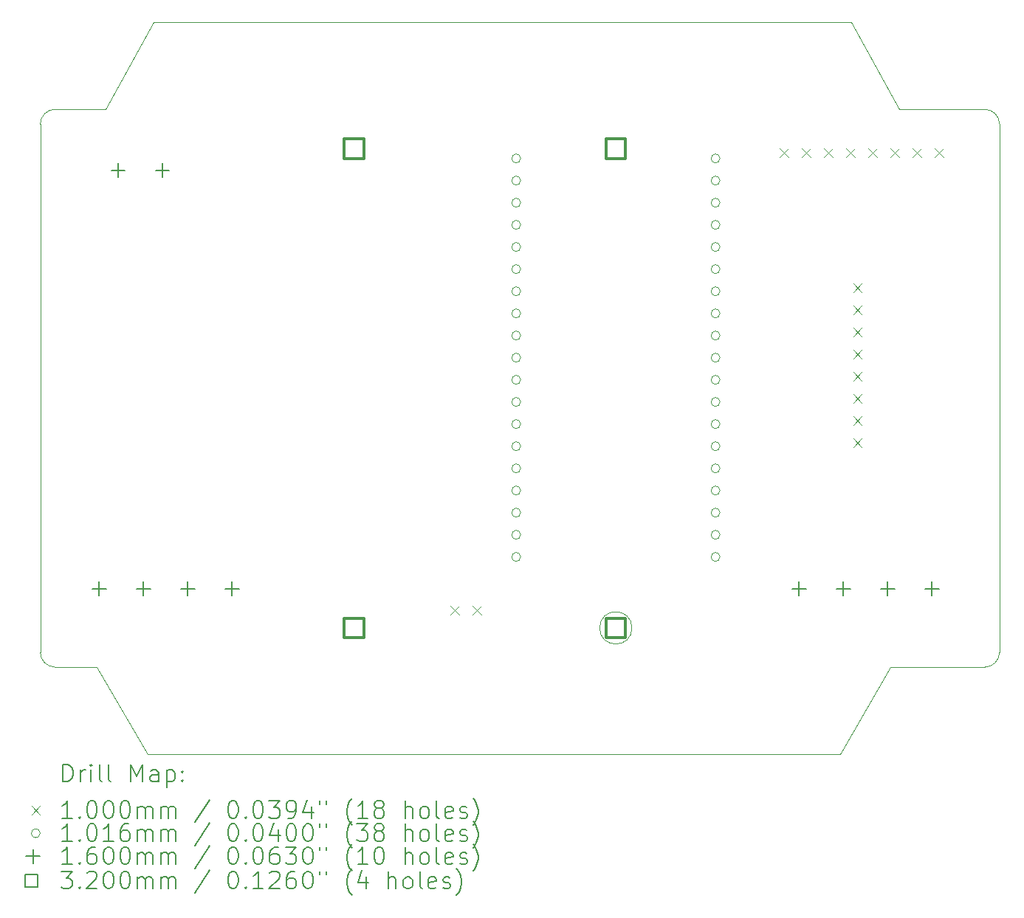
<source format=gbr>
%TF.GenerationSoftware,KiCad,Pcbnew,9.0.4*%
%TF.CreationDate,2025-09-11T10:43:26+07:00*%
%TF.ProjectId,BreakoutBoard,42726561-6b6f-4757-9442-6f6172642e6b,rev?*%
%TF.SameCoordinates,Original*%
%TF.FileFunction,Drillmap*%
%TF.FilePolarity,Positive*%
%FSLAX45Y45*%
G04 Gerber Fmt 4.5, Leading zero omitted, Abs format (unit mm)*
G04 Created by KiCad (PCBNEW 9.0.4) date 2025-09-11 10:43:26*
%MOMM*%
%LPD*%
G01*
G04 APERTURE LIST*
%ADD10C,0.038100*%
%ADD11C,0.200000*%
%ADD12C,0.100000*%
%ADD13C,0.101600*%
%ADD14C,0.160000*%
%ADD15C,0.320000*%
G04 APERTURE END LIST*
D10*
X10526923Y-11900000D02*
X18473077Y-11900000D01*
X20300000Y-10730000D02*
X20300000Y-4670000D01*
X18600000Y-3500000D02*
X19150000Y-4500000D01*
X18473077Y-11900000D02*
X19050000Y-10900000D01*
X10600000Y-3500000D02*
X18600000Y-3500000D01*
X16085000Y-10450000D02*
G75*
G02*
X15715000Y-10450000I-185000J0D01*
G01*
X15715000Y-10450000D02*
G75*
G02*
X16085000Y-10450000I185000J0D01*
G01*
X10050000Y-4500000D02*
X9470000Y-4500000D01*
X20130000Y-4500000D02*
G75*
G02*
X20300000Y-4670000I0J-170000D01*
G01*
X9470000Y-10900000D02*
G75*
G02*
X9300000Y-10730000I0J170000D01*
G01*
X9470000Y-10900000D02*
X9950000Y-10900000D01*
X9300000Y-4670000D02*
X9300000Y-10730000D01*
X9950000Y-10900000D02*
X10526923Y-11900000D01*
X20300000Y-10730000D02*
G75*
G02*
X20130000Y-10900000I-170000J0D01*
G01*
X9300000Y-4670000D02*
G75*
G02*
X9470000Y-4500000I170000J0D01*
G01*
X20130000Y-4500000D02*
X19150000Y-4500000D01*
X19050000Y-10900000D02*
X20130000Y-10900000D01*
X10050000Y-4500000D02*
X10600000Y-3500000D01*
D11*
D12*
X14000000Y-10200000D02*
X14100000Y-10300000D01*
X14100000Y-10200000D02*
X14000000Y-10300000D01*
X14254000Y-10200000D02*
X14354000Y-10300000D01*
X14354000Y-10200000D02*
X14254000Y-10300000D01*
X17780000Y-4950000D02*
X17880000Y-5050000D01*
X17880000Y-4950000D02*
X17780000Y-5050000D01*
X18034000Y-4950000D02*
X18134000Y-5050000D01*
X18134000Y-4950000D02*
X18034000Y-5050000D01*
X18288000Y-4950000D02*
X18388000Y-5050000D01*
X18388000Y-4950000D02*
X18288000Y-5050000D01*
X18542000Y-4950000D02*
X18642000Y-5050000D01*
X18642000Y-4950000D02*
X18542000Y-5050000D01*
X18621840Y-6500760D02*
X18721840Y-6600760D01*
X18721840Y-6500760D02*
X18621840Y-6600760D01*
X18621840Y-6754760D02*
X18721840Y-6854760D01*
X18721840Y-6754760D02*
X18621840Y-6854760D01*
X18621840Y-7008760D02*
X18721840Y-7108760D01*
X18721840Y-7008760D02*
X18621840Y-7108760D01*
X18621840Y-7262760D02*
X18721840Y-7362760D01*
X18721840Y-7262760D02*
X18621840Y-7362760D01*
X18621840Y-7516760D02*
X18721840Y-7616760D01*
X18721840Y-7516760D02*
X18621840Y-7616760D01*
X18621840Y-7770760D02*
X18721840Y-7870760D01*
X18721840Y-7770760D02*
X18621840Y-7870760D01*
X18621840Y-8024760D02*
X18721840Y-8124760D01*
X18721840Y-8024760D02*
X18621840Y-8124760D01*
X18621840Y-8278760D02*
X18721840Y-8378760D01*
X18721840Y-8278760D02*
X18621840Y-8378760D01*
X18796000Y-4950000D02*
X18896000Y-5050000D01*
X18896000Y-4950000D02*
X18796000Y-5050000D01*
X19050000Y-4950000D02*
X19150000Y-5050000D01*
X19150000Y-4950000D02*
X19050000Y-5050000D01*
X19304000Y-4950000D02*
X19404000Y-5050000D01*
X19404000Y-4950000D02*
X19304000Y-5050000D01*
X19558000Y-4950000D02*
X19658000Y-5050000D01*
X19658000Y-4950000D02*
X19558000Y-5050000D01*
D13*
X14807800Y-5064000D02*
G75*
G02*
X14706200Y-5064000I-50800J0D01*
G01*
X14706200Y-5064000D02*
G75*
G02*
X14807800Y-5064000I50800J0D01*
G01*
X14807800Y-5318000D02*
G75*
G02*
X14706200Y-5318000I-50800J0D01*
G01*
X14706200Y-5318000D02*
G75*
G02*
X14807800Y-5318000I50800J0D01*
G01*
X14807800Y-5572000D02*
G75*
G02*
X14706200Y-5572000I-50800J0D01*
G01*
X14706200Y-5572000D02*
G75*
G02*
X14807800Y-5572000I50800J0D01*
G01*
X14807800Y-5826000D02*
G75*
G02*
X14706200Y-5826000I-50800J0D01*
G01*
X14706200Y-5826000D02*
G75*
G02*
X14807800Y-5826000I50800J0D01*
G01*
X14807800Y-6080000D02*
G75*
G02*
X14706200Y-6080000I-50800J0D01*
G01*
X14706200Y-6080000D02*
G75*
G02*
X14807800Y-6080000I50800J0D01*
G01*
X14807800Y-6334000D02*
G75*
G02*
X14706200Y-6334000I-50800J0D01*
G01*
X14706200Y-6334000D02*
G75*
G02*
X14807800Y-6334000I50800J0D01*
G01*
X14807800Y-6588000D02*
G75*
G02*
X14706200Y-6588000I-50800J0D01*
G01*
X14706200Y-6588000D02*
G75*
G02*
X14807800Y-6588000I50800J0D01*
G01*
X14807800Y-6842000D02*
G75*
G02*
X14706200Y-6842000I-50800J0D01*
G01*
X14706200Y-6842000D02*
G75*
G02*
X14807800Y-6842000I50800J0D01*
G01*
X14807800Y-7096000D02*
G75*
G02*
X14706200Y-7096000I-50800J0D01*
G01*
X14706200Y-7096000D02*
G75*
G02*
X14807800Y-7096000I50800J0D01*
G01*
X14807800Y-7350000D02*
G75*
G02*
X14706200Y-7350000I-50800J0D01*
G01*
X14706200Y-7350000D02*
G75*
G02*
X14807800Y-7350000I50800J0D01*
G01*
X14807800Y-7604000D02*
G75*
G02*
X14706200Y-7604000I-50800J0D01*
G01*
X14706200Y-7604000D02*
G75*
G02*
X14807800Y-7604000I50800J0D01*
G01*
X14807800Y-7858000D02*
G75*
G02*
X14706200Y-7858000I-50800J0D01*
G01*
X14706200Y-7858000D02*
G75*
G02*
X14807800Y-7858000I50800J0D01*
G01*
X14807800Y-8112000D02*
G75*
G02*
X14706200Y-8112000I-50800J0D01*
G01*
X14706200Y-8112000D02*
G75*
G02*
X14807800Y-8112000I50800J0D01*
G01*
X14807800Y-8366000D02*
G75*
G02*
X14706200Y-8366000I-50800J0D01*
G01*
X14706200Y-8366000D02*
G75*
G02*
X14807800Y-8366000I50800J0D01*
G01*
X14807800Y-8620000D02*
G75*
G02*
X14706200Y-8620000I-50800J0D01*
G01*
X14706200Y-8620000D02*
G75*
G02*
X14807800Y-8620000I50800J0D01*
G01*
X14807800Y-8874000D02*
G75*
G02*
X14706200Y-8874000I-50800J0D01*
G01*
X14706200Y-8874000D02*
G75*
G02*
X14807800Y-8874000I50800J0D01*
G01*
X14807800Y-9128000D02*
G75*
G02*
X14706200Y-9128000I-50800J0D01*
G01*
X14706200Y-9128000D02*
G75*
G02*
X14807800Y-9128000I50800J0D01*
G01*
X14807800Y-9382000D02*
G75*
G02*
X14706200Y-9382000I-50800J0D01*
G01*
X14706200Y-9382000D02*
G75*
G02*
X14807800Y-9382000I50800J0D01*
G01*
X14807800Y-9636000D02*
G75*
G02*
X14706200Y-9636000I-50800J0D01*
G01*
X14706200Y-9636000D02*
G75*
G02*
X14807800Y-9636000I50800J0D01*
G01*
X17093800Y-5064000D02*
G75*
G02*
X16992200Y-5064000I-50800J0D01*
G01*
X16992200Y-5064000D02*
G75*
G02*
X17093800Y-5064000I50800J0D01*
G01*
X17093800Y-5318000D02*
G75*
G02*
X16992200Y-5318000I-50800J0D01*
G01*
X16992200Y-5318000D02*
G75*
G02*
X17093800Y-5318000I50800J0D01*
G01*
X17093800Y-5572000D02*
G75*
G02*
X16992200Y-5572000I-50800J0D01*
G01*
X16992200Y-5572000D02*
G75*
G02*
X17093800Y-5572000I50800J0D01*
G01*
X17093800Y-5826000D02*
G75*
G02*
X16992200Y-5826000I-50800J0D01*
G01*
X16992200Y-5826000D02*
G75*
G02*
X17093800Y-5826000I50800J0D01*
G01*
X17093800Y-6080000D02*
G75*
G02*
X16992200Y-6080000I-50800J0D01*
G01*
X16992200Y-6080000D02*
G75*
G02*
X17093800Y-6080000I50800J0D01*
G01*
X17093800Y-6334000D02*
G75*
G02*
X16992200Y-6334000I-50800J0D01*
G01*
X16992200Y-6334000D02*
G75*
G02*
X17093800Y-6334000I50800J0D01*
G01*
X17093800Y-6588000D02*
G75*
G02*
X16992200Y-6588000I-50800J0D01*
G01*
X16992200Y-6588000D02*
G75*
G02*
X17093800Y-6588000I50800J0D01*
G01*
X17093800Y-6842000D02*
G75*
G02*
X16992200Y-6842000I-50800J0D01*
G01*
X16992200Y-6842000D02*
G75*
G02*
X17093800Y-6842000I50800J0D01*
G01*
X17093800Y-7096000D02*
G75*
G02*
X16992200Y-7096000I-50800J0D01*
G01*
X16992200Y-7096000D02*
G75*
G02*
X17093800Y-7096000I50800J0D01*
G01*
X17093800Y-7350000D02*
G75*
G02*
X16992200Y-7350000I-50800J0D01*
G01*
X16992200Y-7350000D02*
G75*
G02*
X17093800Y-7350000I50800J0D01*
G01*
X17093800Y-7604000D02*
G75*
G02*
X16992200Y-7604000I-50800J0D01*
G01*
X16992200Y-7604000D02*
G75*
G02*
X17093800Y-7604000I50800J0D01*
G01*
X17093800Y-7858000D02*
G75*
G02*
X16992200Y-7858000I-50800J0D01*
G01*
X16992200Y-7858000D02*
G75*
G02*
X17093800Y-7858000I50800J0D01*
G01*
X17093800Y-8112000D02*
G75*
G02*
X16992200Y-8112000I-50800J0D01*
G01*
X16992200Y-8112000D02*
G75*
G02*
X17093800Y-8112000I50800J0D01*
G01*
X17093800Y-8366000D02*
G75*
G02*
X16992200Y-8366000I-50800J0D01*
G01*
X16992200Y-8366000D02*
G75*
G02*
X17093800Y-8366000I50800J0D01*
G01*
X17093800Y-8620000D02*
G75*
G02*
X16992200Y-8620000I-50800J0D01*
G01*
X16992200Y-8620000D02*
G75*
G02*
X17093800Y-8620000I50800J0D01*
G01*
X17093800Y-8874000D02*
G75*
G02*
X16992200Y-8874000I-50800J0D01*
G01*
X16992200Y-8874000D02*
G75*
G02*
X17093800Y-8874000I50800J0D01*
G01*
X17093800Y-9128000D02*
G75*
G02*
X16992200Y-9128000I-50800J0D01*
G01*
X16992200Y-9128000D02*
G75*
G02*
X17093800Y-9128000I50800J0D01*
G01*
X17093800Y-9382000D02*
G75*
G02*
X16992200Y-9382000I-50800J0D01*
G01*
X16992200Y-9382000D02*
G75*
G02*
X17093800Y-9382000I50800J0D01*
G01*
X17093800Y-9636000D02*
G75*
G02*
X16992200Y-9636000I-50800J0D01*
G01*
X16992200Y-9636000D02*
G75*
G02*
X17093800Y-9636000I50800J0D01*
G01*
D14*
X9976000Y-9920000D02*
X9976000Y-10080000D01*
X9896000Y-10000000D02*
X10056000Y-10000000D01*
X10192000Y-5120000D02*
X10192000Y-5280000D01*
X10112000Y-5200000D02*
X10272000Y-5200000D01*
X10484000Y-9920000D02*
X10484000Y-10080000D01*
X10404000Y-10000000D02*
X10564000Y-10000000D01*
X10700000Y-5120000D02*
X10700000Y-5280000D01*
X10620000Y-5200000D02*
X10780000Y-5200000D01*
X10992000Y-9920000D02*
X10992000Y-10080000D01*
X10912000Y-10000000D02*
X11072000Y-10000000D01*
X11500000Y-9920000D02*
X11500000Y-10080000D01*
X11420000Y-10000000D02*
X11580000Y-10000000D01*
X18000000Y-9920000D02*
X18000000Y-10080000D01*
X17920000Y-10000000D02*
X18080000Y-10000000D01*
X18508000Y-9920000D02*
X18508000Y-10080000D01*
X18428000Y-10000000D02*
X18588000Y-10000000D01*
X19016000Y-9920000D02*
X19016000Y-10080000D01*
X18936000Y-10000000D02*
X19096000Y-10000000D01*
X19524000Y-9920000D02*
X19524000Y-10080000D01*
X19444000Y-10000000D02*
X19604000Y-10000000D01*
D15*
X13013138Y-5063138D02*
X13013138Y-4836862D01*
X12786862Y-4836862D01*
X12786862Y-5063138D01*
X13013138Y-5063138D01*
X13013138Y-10563138D02*
X13013138Y-10336862D01*
X12786862Y-10336862D01*
X12786862Y-10563138D01*
X13013138Y-10563138D01*
X16013138Y-5063138D02*
X16013138Y-4836862D01*
X15786862Y-4836862D01*
X15786862Y-5063138D01*
X16013138Y-5063138D01*
X16013138Y-10563138D02*
X16013138Y-10336862D01*
X15786862Y-10336862D01*
X15786862Y-10563138D01*
X16013138Y-10563138D01*
D11*
X9558872Y-12213389D02*
X9558872Y-12013389D01*
X9558872Y-12013389D02*
X9606491Y-12013389D01*
X9606491Y-12013389D02*
X9635062Y-12022913D01*
X9635062Y-12022913D02*
X9654110Y-12041960D01*
X9654110Y-12041960D02*
X9663634Y-12061008D01*
X9663634Y-12061008D02*
X9673158Y-12099103D01*
X9673158Y-12099103D02*
X9673158Y-12127674D01*
X9673158Y-12127674D02*
X9663634Y-12165770D01*
X9663634Y-12165770D02*
X9654110Y-12184817D01*
X9654110Y-12184817D02*
X9635062Y-12203865D01*
X9635062Y-12203865D02*
X9606491Y-12213389D01*
X9606491Y-12213389D02*
X9558872Y-12213389D01*
X9758872Y-12213389D02*
X9758872Y-12080055D01*
X9758872Y-12118151D02*
X9768396Y-12099103D01*
X9768396Y-12099103D02*
X9777919Y-12089579D01*
X9777919Y-12089579D02*
X9796967Y-12080055D01*
X9796967Y-12080055D02*
X9816015Y-12080055D01*
X9882681Y-12213389D02*
X9882681Y-12080055D01*
X9882681Y-12013389D02*
X9873158Y-12022913D01*
X9873158Y-12022913D02*
X9882681Y-12032436D01*
X9882681Y-12032436D02*
X9892205Y-12022913D01*
X9892205Y-12022913D02*
X9882681Y-12013389D01*
X9882681Y-12013389D02*
X9882681Y-12032436D01*
X10006491Y-12213389D02*
X9987443Y-12203865D01*
X9987443Y-12203865D02*
X9977919Y-12184817D01*
X9977919Y-12184817D02*
X9977919Y-12013389D01*
X10111253Y-12213389D02*
X10092205Y-12203865D01*
X10092205Y-12203865D02*
X10082681Y-12184817D01*
X10082681Y-12184817D02*
X10082681Y-12013389D01*
X10339824Y-12213389D02*
X10339824Y-12013389D01*
X10339824Y-12013389D02*
X10406491Y-12156246D01*
X10406491Y-12156246D02*
X10473158Y-12013389D01*
X10473158Y-12013389D02*
X10473158Y-12213389D01*
X10654110Y-12213389D02*
X10654110Y-12108627D01*
X10654110Y-12108627D02*
X10644586Y-12089579D01*
X10644586Y-12089579D02*
X10625539Y-12080055D01*
X10625539Y-12080055D02*
X10587443Y-12080055D01*
X10587443Y-12080055D02*
X10568396Y-12089579D01*
X10654110Y-12203865D02*
X10635062Y-12213389D01*
X10635062Y-12213389D02*
X10587443Y-12213389D01*
X10587443Y-12213389D02*
X10568396Y-12203865D01*
X10568396Y-12203865D02*
X10558872Y-12184817D01*
X10558872Y-12184817D02*
X10558872Y-12165770D01*
X10558872Y-12165770D02*
X10568396Y-12146722D01*
X10568396Y-12146722D02*
X10587443Y-12137198D01*
X10587443Y-12137198D02*
X10635062Y-12137198D01*
X10635062Y-12137198D02*
X10654110Y-12127674D01*
X10749348Y-12080055D02*
X10749348Y-12280055D01*
X10749348Y-12089579D02*
X10768396Y-12080055D01*
X10768396Y-12080055D02*
X10806491Y-12080055D01*
X10806491Y-12080055D02*
X10825539Y-12089579D01*
X10825539Y-12089579D02*
X10835062Y-12099103D01*
X10835062Y-12099103D02*
X10844586Y-12118151D01*
X10844586Y-12118151D02*
X10844586Y-12175293D01*
X10844586Y-12175293D02*
X10835062Y-12194341D01*
X10835062Y-12194341D02*
X10825539Y-12203865D01*
X10825539Y-12203865D02*
X10806491Y-12213389D01*
X10806491Y-12213389D02*
X10768396Y-12213389D01*
X10768396Y-12213389D02*
X10749348Y-12203865D01*
X10930300Y-12194341D02*
X10939824Y-12203865D01*
X10939824Y-12203865D02*
X10930300Y-12213389D01*
X10930300Y-12213389D02*
X10920777Y-12203865D01*
X10920777Y-12203865D02*
X10930300Y-12194341D01*
X10930300Y-12194341D02*
X10930300Y-12213389D01*
X10930300Y-12089579D02*
X10939824Y-12099103D01*
X10939824Y-12099103D02*
X10930300Y-12108627D01*
X10930300Y-12108627D02*
X10920777Y-12099103D01*
X10920777Y-12099103D02*
X10930300Y-12089579D01*
X10930300Y-12089579D02*
X10930300Y-12108627D01*
D12*
X9198095Y-12491905D02*
X9298095Y-12591905D01*
X9298095Y-12491905D02*
X9198095Y-12591905D01*
D11*
X9663634Y-12633389D02*
X9549348Y-12633389D01*
X9606491Y-12633389D02*
X9606491Y-12433389D01*
X9606491Y-12433389D02*
X9587443Y-12461960D01*
X9587443Y-12461960D02*
X9568396Y-12481008D01*
X9568396Y-12481008D02*
X9549348Y-12490532D01*
X9749348Y-12614341D02*
X9758872Y-12623865D01*
X9758872Y-12623865D02*
X9749348Y-12633389D01*
X9749348Y-12633389D02*
X9739824Y-12623865D01*
X9739824Y-12623865D02*
X9749348Y-12614341D01*
X9749348Y-12614341D02*
X9749348Y-12633389D01*
X9882681Y-12433389D02*
X9901729Y-12433389D01*
X9901729Y-12433389D02*
X9920777Y-12442913D01*
X9920777Y-12442913D02*
X9930300Y-12452436D01*
X9930300Y-12452436D02*
X9939824Y-12471484D01*
X9939824Y-12471484D02*
X9949348Y-12509579D01*
X9949348Y-12509579D02*
X9949348Y-12557198D01*
X9949348Y-12557198D02*
X9939824Y-12595293D01*
X9939824Y-12595293D02*
X9930300Y-12614341D01*
X9930300Y-12614341D02*
X9920777Y-12623865D01*
X9920777Y-12623865D02*
X9901729Y-12633389D01*
X9901729Y-12633389D02*
X9882681Y-12633389D01*
X9882681Y-12633389D02*
X9863634Y-12623865D01*
X9863634Y-12623865D02*
X9854110Y-12614341D01*
X9854110Y-12614341D02*
X9844586Y-12595293D01*
X9844586Y-12595293D02*
X9835062Y-12557198D01*
X9835062Y-12557198D02*
X9835062Y-12509579D01*
X9835062Y-12509579D02*
X9844586Y-12471484D01*
X9844586Y-12471484D02*
X9854110Y-12452436D01*
X9854110Y-12452436D02*
X9863634Y-12442913D01*
X9863634Y-12442913D02*
X9882681Y-12433389D01*
X10073158Y-12433389D02*
X10092205Y-12433389D01*
X10092205Y-12433389D02*
X10111253Y-12442913D01*
X10111253Y-12442913D02*
X10120777Y-12452436D01*
X10120777Y-12452436D02*
X10130300Y-12471484D01*
X10130300Y-12471484D02*
X10139824Y-12509579D01*
X10139824Y-12509579D02*
X10139824Y-12557198D01*
X10139824Y-12557198D02*
X10130300Y-12595293D01*
X10130300Y-12595293D02*
X10120777Y-12614341D01*
X10120777Y-12614341D02*
X10111253Y-12623865D01*
X10111253Y-12623865D02*
X10092205Y-12633389D01*
X10092205Y-12633389D02*
X10073158Y-12633389D01*
X10073158Y-12633389D02*
X10054110Y-12623865D01*
X10054110Y-12623865D02*
X10044586Y-12614341D01*
X10044586Y-12614341D02*
X10035062Y-12595293D01*
X10035062Y-12595293D02*
X10025539Y-12557198D01*
X10025539Y-12557198D02*
X10025539Y-12509579D01*
X10025539Y-12509579D02*
X10035062Y-12471484D01*
X10035062Y-12471484D02*
X10044586Y-12452436D01*
X10044586Y-12452436D02*
X10054110Y-12442913D01*
X10054110Y-12442913D02*
X10073158Y-12433389D01*
X10263634Y-12433389D02*
X10282681Y-12433389D01*
X10282681Y-12433389D02*
X10301729Y-12442913D01*
X10301729Y-12442913D02*
X10311253Y-12452436D01*
X10311253Y-12452436D02*
X10320777Y-12471484D01*
X10320777Y-12471484D02*
X10330300Y-12509579D01*
X10330300Y-12509579D02*
X10330300Y-12557198D01*
X10330300Y-12557198D02*
X10320777Y-12595293D01*
X10320777Y-12595293D02*
X10311253Y-12614341D01*
X10311253Y-12614341D02*
X10301729Y-12623865D01*
X10301729Y-12623865D02*
X10282681Y-12633389D01*
X10282681Y-12633389D02*
X10263634Y-12633389D01*
X10263634Y-12633389D02*
X10244586Y-12623865D01*
X10244586Y-12623865D02*
X10235062Y-12614341D01*
X10235062Y-12614341D02*
X10225539Y-12595293D01*
X10225539Y-12595293D02*
X10216015Y-12557198D01*
X10216015Y-12557198D02*
X10216015Y-12509579D01*
X10216015Y-12509579D02*
X10225539Y-12471484D01*
X10225539Y-12471484D02*
X10235062Y-12452436D01*
X10235062Y-12452436D02*
X10244586Y-12442913D01*
X10244586Y-12442913D02*
X10263634Y-12433389D01*
X10416015Y-12633389D02*
X10416015Y-12500055D01*
X10416015Y-12519103D02*
X10425539Y-12509579D01*
X10425539Y-12509579D02*
X10444586Y-12500055D01*
X10444586Y-12500055D02*
X10473158Y-12500055D01*
X10473158Y-12500055D02*
X10492205Y-12509579D01*
X10492205Y-12509579D02*
X10501729Y-12528627D01*
X10501729Y-12528627D02*
X10501729Y-12633389D01*
X10501729Y-12528627D02*
X10511253Y-12509579D01*
X10511253Y-12509579D02*
X10530300Y-12500055D01*
X10530300Y-12500055D02*
X10558872Y-12500055D01*
X10558872Y-12500055D02*
X10577920Y-12509579D01*
X10577920Y-12509579D02*
X10587443Y-12528627D01*
X10587443Y-12528627D02*
X10587443Y-12633389D01*
X10682681Y-12633389D02*
X10682681Y-12500055D01*
X10682681Y-12519103D02*
X10692205Y-12509579D01*
X10692205Y-12509579D02*
X10711253Y-12500055D01*
X10711253Y-12500055D02*
X10739824Y-12500055D01*
X10739824Y-12500055D02*
X10758872Y-12509579D01*
X10758872Y-12509579D02*
X10768396Y-12528627D01*
X10768396Y-12528627D02*
X10768396Y-12633389D01*
X10768396Y-12528627D02*
X10777920Y-12509579D01*
X10777920Y-12509579D02*
X10796967Y-12500055D01*
X10796967Y-12500055D02*
X10825539Y-12500055D01*
X10825539Y-12500055D02*
X10844586Y-12509579D01*
X10844586Y-12509579D02*
X10854110Y-12528627D01*
X10854110Y-12528627D02*
X10854110Y-12633389D01*
X11244586Y-12423865D02*
X11073158Y-12681008D01*
X11501729Y-12433389D02*
X11520777Y-12433389D01*
X11520777Y-12433389D02*
X11539824Y-12442913D01*
X11539824Y-12442913D02*
X11549348Y-12452436D01*
X11549348Y-12452436D02*
X11558872Y-12471484D01*
X11558872Y-12471484D02*
X11568396Y-12509579D01*
X11568396Y-12509579D02*
X11568396Y-12557198D01*
X11568396Y-12557198D02*
X11558872Y-12595293D01*
X11558872Y-12595293D02*
X11549348Y-12614341D01*
X11549348Y-12614341D02*
X11539824Y-12623865D01*
X11539824Y-12623865D02*
X11520777Y-12633389D01*
X11520777Y-12633389D02*
X11501729Y-12633389D01*
X11501729Y-12633389D02*
X11482681Y-12623865D01*
X11482681Y-12623865D02*
X11473158Y-12614341D01*
X11473158Y-12614341D02*
X11463634Y-12595293D01*
X11463634Y-12595293D02*
X11454110Y-12557198D01*
X11454110Y-12557198D02*
X11454110Y-12509579D01*
X11454110Y-12509579D02*
X11463634Y-12471484D01*
X11463634Y-12471484D02*
X11473158Y-12452436D01*
X11473158Y-12452436D02*
X11482681Y-12442913D01*
X11482681Y-12442913D02*
X11501729Y-12433389D01*
X11654110Y-12614341D02*
X11663634Y-12623865D01*
X11663634Y-12623865D02*
X11654110Y-12633389D01*
X11654110Y-12633389D02*
X11644586Y-12623865D01*
X11644586Y-12623865D02*
X11654110Y-12614341D01*
X11654110Y-12614341D02*
X11654110Y-12633389D01*
X11787443Y-12433389D02*
X11806491Y-12433389D01*
X11806491Y-12433389D02*
X11825539Y-12442913D01*
X11825539Y-12442913D02*
X11835062Y-12452436D01*
X11835062Y-12452436D02*
X11844586Y-12471484D01*
X11844586Y-12471484D02*
X11854110Y-12509579D01*
X11854110Y-12509579D02*
X11854110Y-12557198D01*
X11854110Y-12557198D02*
X11844586Y-12595293D01*
X11844586Y-12595293D02*
X11835062Y-12614341D01*
X11835062Y-12614341D02*
X11825539Y-12623865D01*
X11825539Y-12623865D02*
X11806491Y-12633389D01*
X11806491Y-12633389D02*
X11787443Y-12633389D01*
X11787443Y-12633389D02*
X11768396Y-12623865D01*
X11768396Y-12623865D02*
X11758872Y-12614341D01*
X11758872Y-12614341D02*
X11749348Y-12595293D01*
X11749348Y-12595293D02*
X11739824Y-12557198D01*
X11739824Y-12557198D02*
X11739824Y-12509579D01*
X11739824Y-12509579D02*
X11749348Y-12471484D01*
X11749348Y-12471484D02*
X11758872Y-12452436D01*
X11758872Y-12452436D02*
X11768396Y-12442913D01*
X11768396Y-12442913D02*
X11787443Y-12433389D01*
X11920777Y-12433389D02*
X12044586Y-12433389D01*
X12044586Y-12433389D02*
X11977920Y-12509579D01*
X11977920Y-12509579D02*
X12006491Y-12509579D01*
X12006491Y-12509579D02*
X12025539Y-12519103D01*
X12025539Y-12519103D02*
X12035062Y-12528627D01*
X12035062Y-12528627D02*
X12044586Y-12547674D01*
X12044586Y-12547674D02*
X12044586Y-12595293D01*
X12044586Y-12595293D02*
X12035062Y-12614341D01*
X12035062Y-12614341D02*
X12025539Y-12623865D01*
X12025539Y-12623865D02*
X12006491Y-12633389D01*
X12006491Y-12633389D02*
X11949348Y-12633389D01*
X11949348Y-12633389D02*
X11930301Y-12623865D01*
X11930301Y-12623865D02*
X11920777Y-12614341D01*
X12139824Y-12633389D02*
X12177920Y-12633389D01*
X12177920Y-12633389D02*
X12196967Y-12623865D01*
X12196967Y-12623865D02*
X12206491Y-12614341D01*
X12206491Y-12614341D02*
X12225539Y-12585770D01*
X12225539Y-12585770D02*
X12235062Y-12547674D01*
X12235062Y-12547674D02*
X12235062Y-12471484D01*
X12235062Y-12471484D02*
X12225539Y-12452436D01*
X12225539Y-12452436D02*
X12216015Y-12442913D01*
X12216015Y-12442913D02*
X12196967Y-12433389D01*
X12196967Y-12433389D02*
X12158872Y-12433389D01*
X12158872Y-12433389D02*
X12139824Y-12442913D01*
X12139824Y-12442913D02*
X12130301Y-12452436D01*
X12130301Y-12452436D02*
X12120777Y-12471484D01*
X12120777Y-12471484D02*
X12120777Y-12519103D01*
X12120777Y-12519103D02*
X12130301Y-12538151D01*
X12130301Y-12538151D02*
X12139824Y-12547674D01*
X12139824Y-12547674D02*
X12158872Y-12557198D01*
X12158872Y-12557198D02*
X12196967Y-12557198D01*
X12196967Y-12557198D02*
X12216015Y-12547674D01*
X12216015Y-12547674D02*
X12225539Y-12538151D01*
X12225539Y-12538151D02*
X12235062Y-12519103D01*
X12406491Y-12500055D02*
X12406491Y-12633389D01*
X12358872Y-12423865D02*
X12311253Y-12566722D01*
X12311253Y-12566722D02*
X12435062Y-12566722D01*
X12501729Y-12433389D02*
X12501729Y-12471484D01*
X12577920Y-12433389D02*
X12577920Y-12471484D01*
X12873158Y-12709579D02*
X12863634Y-12700055D01*
X12863634Y-12700055D02*
X12844586Y-12671484D01*
X12844586Y-12671484D02*
X12835063Y-12652436D01*
X12835063Y-12652436D02*
X12825539Y-12623865D01*
X12825539Y-12623865D02*
X12816015Y-12576246D01*
X12816015Y-12576246D02*
X12816015Y-12538151D01*
X12816015Y-12538151D02*
X12825539Y-12490532D01*
X12825539Y-12490532D02*
X12835063Y-12461960D01*
X12835063Y-12461960D02*
X12844586Y-12442913D01*
X12844586Y-12442913D02*
X12863634Y-12414341D01*
X12863634Y-12414341D02*
X12873158Y-12404817D01*
X13054110Y-12633389D02*
X12939824Y-12633389D01*
X12996967Y-12633389D02*
X12996967Y-12433389D01*
X12996967Y-12433389D02*
X12977920Y-12461960D01*
X12977920Y-12461960D02*
X12958872Y-12481008D01*
X12958872Y-12481008D02*
X12939824Y-12490532D01*
X13168396Y-12519103D02*
X13149348Y-12509579D01*
X13149348Y-12509579D02*
X13139824Y-12500055D01*
X13139824Y-12500055D02*
X13130301Y-12481008D01*
X13130301Y-12481008D02*
X13130301Y-12471484D01*
X13130301Y-12471484D02*
X13139824Y-12452436D01*
X13139824Y-12452436D02*
X13149348Y-12442913D01*
X13149348Y-12442913D02*
X13168396Y-12433389D01*
X13168396Y-12433389D02*
X13206491Y-12433389D01*
X13206491Y-12433389D02*
X13225539Y-12442913D01*
X13225539Y-12442913D02*
X13235063Y-12452436D01*
X13235063Y-12452436D02*
X13244586Y-12471484D01*
X13244586Y-12471484D02*
X13244586Y-12481008D01*
X13244586Y-12481008D02*
X13235063Y-12500055D01*
X13235063Y-12500055D02*
X13225539Y-12509579D01*
X13225539Y-12509579D02*
X13206491Y-12519103D01*
X13206491Y-12519103D02*
X13168396Y-12519103D01*
X13168396Y-12519103D02*
X13149348Y-12528627D01*
X13149348Y-12528627D02*
X13139824Y-12538151D01*
X13139824Y-12538151D02*
X13130301Y-12557198D01*
X13130301Y-12557198D02*
X13130301Y-12595293D01*
X13130301Y-12595293D02*
X13139824Y-12614341D01*
X13139824Y-12614341D02*
X13149348Y-12623865D01*
X13149348Y-12623865D02*
X13168396Y-12633389D01*
X13168396Y-12633389D02*
X13206491Y-12633389D01*
X13206491Y-12633389D02*
X13225539Y-12623865D01*
X13225539Y-12623865D02*
X13235063Y-12614341D01*
X13235063Y-12614341D02*
X13244586Y-12595293D01*
X13244586Y-12595293D02*
X13244586Y-12557198D01*
X13244586Y-12557198D02*
X13235063Y-12538151D01*
X13235063Y-12538151D02*
X13225539Y-12528627D01*
X13225539Y-12528627D02*
X13206491Y-12519103D01*
X13482682Y-12633389D02*
X13482682Y-12433389D01*
X13568396Y-12633389D02*
X13568396Y-12528627D01*
X13568396Y-12528627D02*
X13558872Y-12509579D01*
X13558872Y-12509579D02*
X13539825Y-12500055D01*
X13539825Y-12500055D02*
X13511253Y-12500055D01*
X13511253Y-12500055D02*
X13492205Y-12509579D01*
X13492205Y-12509579D02*
X13482682Y-12519103D01*
X13692205Y-12633389D02*
X13673158Y-12623865D01*
X13673158Y-12623865D02*
X13663634Y-12614341D01*
X13663634Y-12614341D02*
X13654110Y-12595293D01*
X13654110Y-12595293D02*
X13654110Y-12538151D01*
X13654110Y-12538151D02*
X13663634Y-12519103D01*
X13663634Y-12519103D02*
X13673158Y-12509579D01*
X13673158Y-12509579D02*
X13692205Y-12500055D01*
X13692205Y-12500055D02*
X13720777Y-12500055D01*
X13720777Y-12500055D02*
X13739825Y-12509579D01*
X13739825Y-12509579D02*
X13749348Y-12519103D01*
X13749348Y-12519103D02*
X13758872Y-12538151D01*
X13758872Y-12538151D02*
X13758872Y-12595293D01*
X13758872Y-12595293D02*
X13749348Y-12614341D01*
X13749348Y-12614341D02*
X13739825Y-12623865D01*
X13739825Y-12623865D02*
X13720777Y-12633389D01*
X13720777Y-12633389D02*
X13692205Y-12633389D01*
X13873158Y-12633389D02*
X13854110Y-12623865D01*
X13854110Y-12623865D02*
X13844586Y-12604817D01*
X13844586Y-12604817D02*
X13844586Y-12433389D01*
X14025539Y-12623865D02*
X14006491Y-12633389D01*
X14006491Y-12633389D02*
X13968396Y-12633389D01*
X13968396Y-12633389D02*
X13949348Y-12623865D01*
X13949348Y-12623865D02*
X13939825Y-12604817D01*
X13939825Y-12604817D02*
X13939825Y-12528627D01*
X13939825Y-12528627D02*
X13949348Y-12509579D01*
X13949348Y-12509579D02*
X13968396Y-12500055D01*
X13968396Y-12500055D02*
X14006491Y-12500055D01*
X14006491Y-12500055D02*
X14025539Y-12509579D01*
X14025539Y-12509579D02*
X14035063Y-12528627D01*
X14035063Y-12528627D02*
X14035063Y-12547674D01*
X14035063Y-12547674D02*
X13939825Y-12566722D01*
X14111253Y-12623865D02*
X14130301Y-12633389D01*
X14130301Y-12633389D02*
X14168396Y-12633389D01*
X14168396Y-12633389D02*
X14187444Y-12623865D01*
X14187444Y-12623865D02*
X14196967Y-12604817D01*
X14196967Y-12604817D02*
X14196967Y-12595293D01*
X14196967Y-12595293D02*
X14187444Y-12576246D01*
X14187444Y-12576246D02*
X14168396Y-12566722D01*
X14168396Y-12566722D02*
X14139825Y-12566722D01*
X14139825Y-12566722D02*
X14120777Y-12557198D01*
X14120777Y-12557198D02*
X14111253Y-12538151D01*
X14111253Y-12538151D02*
X14111253Y-12528627D01*
X14111253Y-12528627D02*
X14120777Y-12509579D01*
X14120777Y-12509579D02*
X14139825Y-12500055D01*
X14139825Y-12500055D02*
X14168396Y-12500055D01*
X14168396Y-12500055D02*
X14187444Y-12509579D01*
X14263634Y-12709579D02*
X14273158Y-12700055D01*
X14273158Y-12700055D02*
X14292206Y-12671484D01*
X14292206Y-12671484D02*
X14301729Y-12652436D01*
X14301729Y-12652436D02*
X14311253Y-12623865D01*
X14311253Y-12623865D02*
X14320777Y-12576246D01*
X14320777Y-12576246D02*
X14320777Y-12538151D01*
X14320777Y-12538151D02*
X14311253Y-12490532D01*
X14311253Y-12490532D02*
X14301729Y-12461960D01*
X14301729Y-12461960D02*
X14292206Y-12442913D01*
X14292206Y-12442913D02*
X14273158Y-12414341D01*
X14273158Y-12414341D02*
X14263634Y-12404817D01*
D13*
X9298095Y-12805905D02*
G75*
G02*
X9196495Y-12805905I-50800J0D01*
G01*
X9196495Y-12805905D02*
G75*
G02*
X9298095Y-12805905I50800J0D01*
G01*
D11*
X9663634Y-12897389D02*
X9549348Y-12897389D01*
X9606491Y-12897389D02*
X9606491Y-12697389D01*
X9606491Y-12697389D02*
X9587443Y-12725960D01*
X9587443Y-12725960D02*
X9568396Y-12745008D01*
X9568396Y-12745008D02*
X9549348Y-12754532D01*
X9749348Y-12878341D02*
X9758872Y-12887865D01*
X9758872Y-12887865D02*
X9749348Y-12897389D01*
X9749348Y-12897389D02*
X9739824Y-12887865D01*
X9739824Y-12887865D02*
X9749348Y-12878341D01*
X9749348Y-12878341D02*
X9749348Y-12897389D01*
X9882681Y-12697389D02*
X9901729Y-12697389D01*
X9901729Y-12697389D02*
X9920777Y-12706913D01*
X9920777Y-12706913D02*
X9930300Y-12716436D01*
X9930300Y-12716436D02*
X9939824Y-12735484D01*
X9939824Y-12735484D02*
X9949348Y-12773579D01*
X9949348Y-12773579D02*
X9949348Y-12821198D01*
X9949348Y-12821198D02*
X9939824Y-12859293D01*
X9939824Y-12859293D02*
X9930300Y-12878341D01*
X9930300Y-12878341D02*
X9920777Y-12887865D01*
X9920777Y-12887865D02*
X9901729Y-12897389D01*
X9901729Y-12897389D02*
X9882681Y-12897389D01*
X9882681Y-12897389D02*
X9863634Y-12887865D01*
X9863634Y-12887865D02*
X9854110Y-12878341D01*
X9854110Y-12878341D02*
X9844586Y-12859293D01*
X9844586Y-12859293D02*
X9835062Y-12821198D01*
X9835062Y-12821198D02*
X9835062Y-12773579D01*
X9835062Y-12773579D02*
X9844586Y-12735484D01*
X9844586Y-12735484D02*
X9854110Y-12716436D01*
X9854110Y-12716436D02*
X9863634Y-12706913D01*
X9863634Y-12706913D02*
X9882681Y-12697389D01*
X10139824Y-12897389D02*
X10025539Y-12897389D01*
X10082681Y-12897389D02*
X10082681Y-12697389D01*
X10082681Y-12697389D02*
X10063634Y-12725960D01*
X10063634Y-12725960D02*
X10044586Y-12745008D01*
X10044586Y-12745008D02*
X10025539Y-12754532D01*
X10311253Y-12697389D02*
X10273158Y-12697389D01*
X10273158Y-12697389D02*
X10254110Y-12706913D01*
X10254110Y-12706913D02*
X10244586Y-12716436D01*
X10244586Y-12716436D02*
X10225539Y-12745008D01*
X10225539Y-12745008D02*
X10216015Y-12783103D01*
X10216015Y-12783103D02*
X10216015Y-12859293D01*
X10216015Y-12859293D02*
X10225539Y-12878341D01*
X10225539Y-12878341D02*
X10235062Y-12887865D01*
X10235062Y-12887865D02*
X10254110Y-12897389D01*
X10254110Y-12897389D02*
X10292205Y-12897389D01*
X10292205Y-12897389D02*
X10311253Y-12887865D01*
X10311253Y-12887865D02*
X10320777Y-12878341D01*
X10320777Y-12878341D02*
X10330300Y-12859293D01*
X10330300Y-12859293D02*
X10330300Y-12811674D01*
X10330300Y-12811674D02*
X10320777Y-12792627D01*
X10320777Y-12792627D02*
X10311253Y-12783103D01*
X10311253Y-12783103D02*
X10292205Y-12773579D01*
X10292205Y-12773579D02*
X10254110Y-12773579D01*
X10254110Y-12773579D02*
X10235062Y-12783103D01*
X10235062Y-12783103D02*
X10225539Y-12792627D01*
X10225539Y-12792627D02*
X10216015Y-12811674D01*
X10416015Y-12897389D02*
X10416015Y-12764055D01*
X10416015Y-12783103D02*
X10425539Y-12773579D01*
X10425539Y-12773579D02*
X10444586Y-12764055D01*
X10444586Y-12764055D02*
X10473158Y-12764055D01*
X10473158Y-12764055D02*
X10492205Y-12773579D01*
X10492205Y-12773579D02*
X10501729Y-12792627D01*
X10501729Y-12792627D02*
X10501729Y-12897389D01*
X10501729Y-12792627D02*
X10511253Y-12773579D01*
X10511253Y-12773579D02*
X10530300Y-12764055D01*
X10530300Y-12764055D02*
X10558872Y-12764055D01*
X10558872Y-12764055D02*
X10577920Y-12773579D01*
X10577920Y-12773579D02*
X10587443Y-12792627D01*
X10587443Y-12792627D02*
X10587443Y-12897389D01*
X10682681Y-12897389D02*
X10682681Y-12764055D01*
X10682681Y-12783103D02*
X10692205Y-12773579D01*
X10692205Y-12773579D02*
X10711253Y-12764055D01*
X10711253Y-12764055D02*
X10739824Y-12764055D01*
X10739824Y-12764055D02*
X10758872Y-12773579D01*
X10758872Y-12773579D02*
X10768396Y-12792627D01*
X10768396Y-12792627D02*
X10768396Y-12897389D01*
X10768396Y-12792627D02*
X10777920Y-12773579D01*
X10777920Y-12773579D02*
X10796967Y-12764055D01*
X10796967Y-12764055D02*
X10825539Y-12764055D01*
X10825539Y-12764055D02*
X10844586Y-12773579D01*
X10844586Y-12773579D02*
X10854110Y-12792627D01*
X10854110Y-12792627D02*
X10854110Y-12897389D01*
X11244586Y-12687865D02*
X11073158Y-12945008D01*
X11501729Y-12697389D02*
X11520777Y-12697389D01*
X11520777Y-12697389D02*
X11539824Y-12706913D01*
X11539824Y-12706913D02*
X11549348Y-12716436D01*
X11549348Y-12716436D02*
X11558872Y-12735484D01*
X11558872Y-12735484D02*
X11568396Y-12773579D01*
X11568396Y-12773579D02*
X11568396Y-12821198D01*
X11568396Y-12821198D02*
X11558872Y-12859293D01*
X11558872Y-12859293D02*
X11549348Y-12878341D01*
X11549348Y-12878341D02*
X11539824Y-12887865D01*
X11539824Y-12887865D02*
X11520777Y-12897389D01*
X11520777Y-12897389D02*
X11501729Y-12897389D01*
X11501729Y-12897389D02*
X11482681Y-12887865D01*
X11482681Y-12887865D02*
X11473158Y-12878341D01*
X11473158Y-12878341D02*
X11463634Y-12859293D01*
X11463634Y-12859293D02*
X11454110Y-12821198D01*
X11454110Y-12821198D02*
X11454110Y-12773579D01*
X11454110Y-12773579D02*
X11463634Y-12735484D01*
X11463634Y-12735484D02*
X11473158Y-12716436D01*
X11473158Y-12716436D02*
X11482681Y-12706913D01*
X11482681Y-12706913D02*
X11501729Y-12697389D01*
X11654110Y-12878341D02*
X11663634Y-12887865D01*
X11663634Y-12887865D02*
X11654110Y-12897389D01*
X11654110Y-12897389D02*
X11644586Y-12887865D01*
X11644586Y-12887865D02*
X11654110Y-12878341D01*
X11654110Y-12878341D02*
X11654110Y-12897389D01*
X11787443Y-12697389D02*
X11806491Y-12697389D01*
X11806491Y-12697389D02*
X11825539Y-12706913D01*
X11825539Y-12706913D02*
X11835062Y-12716436D01*
X11835062Y-12716436D02*
X11844586Y-12735484D01*
X11844586Y-12735484D02*
X11854110Y-12773579D01*
X11854110Y-12773579D02*
X11854110Y-12821198D01*
X11854110Y-12821198D02*
X11844586Y-12859293D01*
X11844586Y-12859293D02*
X11835062Y-12878341D01*
X11835062Y-12878341D02*
X11825539Y-12887865D01*
X11825539Y-12887865D02*
X11806491Y-12897389D01*
X11806491Y-12897389D02*
X11787443Y-12897389D01*
X11787443Y-12897389D02*
X11768396Y-12887865D01*
X11768396Y-12887865D02*
X11758872Y-12878341D01*
X11758872Y-12878341D02*
X11749348Y-12859293D01*
X11749348Y-12859293D02*
X11739824Y-12821198D01*
X11739824Y-12821198D02*
X11739824Y-12773579D01*
X11739824Y-12773579D02*
X11749348Y-12735484D01*
X11749348Y-12735484D02*
X11758872Y-12716436D01*
X11758872Y-12716436D02*
X11768396Y-12706913D01*
X11768396Y-12706913D02*
X11787443Y-12697389D01*
X12025539Y-12764055D02*
X12025539Y-12897389D01*
X11977920Y-12687865D02*
X11930301Y-12830722D01*
X11930301Y-12830722D02*
X12054110Y-12830722D01*
X12168396Y-12697389D02*
X12187443Y-12697389D01*
X12187443Y-12697389D02*
X12206491Y-12706913D01*
X12206491Y-12706913D02*
X12216015Y-12716436D01*
X12216015Y-12716436D02*
X12225539Y-12735484D01*
X12225539Y-12735484D02*
X12235062Y-12773579D01*
X12235062Y-12773579D02*
X12235062Y-12821198D01*
X12235062Y-12821198D02*
X12225539Y-12859293D01*
X12225539Y-12859293D02*
X12216015Y-12878341D01*
X12216015Y-12878341D02*
X12206491Y-12887865D01*
X12206491Y-12887865D02*
X12187443Y-12897389D01*
X12187443Y-12897389D02*
X12168396Y-12897389D01*
X12168396Y-12897389D02*
X12149348Y-12887865D01*
X12149348Y-12887865D02*
X12139824Y-12878341D01*
X12139824Y-12878341D02*
X12130301Y-12859293D01*
X12130301Y-12859293D02*
X12120777Y-12821198D01*
X12120777Y-12821198D02*
X12120777Y-12773579D01*
X12120777Y-12773579D02*
X12130301Y-12735484D01*
X12130301Y-12735484D02*
X12139824Y-12716436D01*
X12139824Y-12716436D02*
X12149348Y-12706913D01*
X12149348Y-12706913D02*
X12168396Y-12697389D01*
X12358872Y-12697389D02*
X12377920Y-12697389D01*
X12377920Y-12697389D02*
X12396967Y-12706913D01*
X12396967Y-12706913D02*
X12406491Y-12716436D01*
X12406491Y-12716436D02*
X12416015Y-12735484D01*
X12416015Y-12735484D02*
X12425539Y-12773579D01*
X12425539Y-12773579D02*
X12425539Y-12821198D01*
X12425539Y-12821198D02*
X12416015Y-12859293D01*
X12416015Y-12859293D02*
X12406491Y-12878341D01*
X12406491Y-12878341D02*
X12396967Y-12887865D01*
X12396967Y-12887865D02*
X12377920Y-12897389D01*
X12377920Y-12897389D02*
X12358872Y-12897389D01*
X12358872Y-12897389D02*
X12339824Y-12887865D01*
X12339824Y-12887865D02*
X12330301Y-12878341D01*
X12330301Y-12878341D02*
X12320777Y-12859293D01*
X12320777Y-12859293D02*
X12311253Y-12821198D01*
X12311253Y-12821198D02*
X12311253Y-12773579D01*
X12311253Y-12773579D02*
X12320777Y-12735484D01*
X12320777Y-12735484D02*
X12330301Y-12716436D01*
X12330301Y-12716436D02*
X12339824Y-12706913D01*
X12339824Y-12706913D02*
X12358872Y-12697389D01*
X12501729Y-12697389D02*
X12501729Y-12735484D01*
X12577920Y-12697389D02*
X12577920Y-12735484D01*
X12873158Y-12973579D02*
X12863634Y-12964055D01*
X12863634Y-12964055D02*
X12844586Y-12935484D01*
X12844586Y-12935484D02*
X12835063Y-12916436D01*
X12835063Y-12916436D02*
X12825539Y-12887865D01*
X12825539Y-12887865D02*
X12816015Y-12840246D01*
X12816015Y-12840246D02*
X12816015Y-12802151D01*
X12816015Y-12802151D02*
X12825539Y-12754532D01*
X12825539Y-12754532D02*
X12835063Y-12725960D01*
X12835063Y-12725960D02*
X12844586Y-12706913D01*
X12844586Y-12706913D02*
X12863634Y-12678341D01*
X12863634Y-12678341D02*
X12873158Y-12668817D01*
X12930301Y-12697389D02*
X13054110Y-12697389D01*
X13054110Y-12697389D02*
X12987443Y-12773579D01*
X12987443Y-12773579D02*
X13016015Y-12773579D01*
X13016015Y-12773579D02*
X13035063Y-12783103D01*
X13035063Y-12783103D02*
X13044586Y-12792627D01*
X13044586Y-12792627D02*
X13054110Y-12811674D01*
X13054110Y-12811674D02*
X13054110Y-12859293D01*
X13054110Y-12859293D02*
X13044586Y-12878341D01*
X13044586Y-12878341D02*
X13035063Y-12887865D01*
X13035063Y-12887865D02*
X13016015Y-12897389D01*
X13016015Y-12897389D02*
X12958872Y-12897389D01*
X12958872Y-12897389D02*
X12939824Y-12887865D01*
X12939824Y-12887865D02*
X12930301Y-12878341D01*
X13168396Y-12783103D02*
X13149348Y-12773579D01*
X13149348Y-12773579D02*
X13139824Y-12764055D01*
X13139824Y-12764055D02*
X13130301Y-12745008D01*
X13130301Y-12745008D02*
X13130301Y-12735484D01*
X13130301Y-12735484D02*
X13139824Y-12716436D01*
X13139824Y-12716436D02*
X13149348Y-12706913D01*
X13149348Y-12706913D02*
X13168396Y-12697389D01*
X13168396Y-12697389D02*
X13206491Y-12697389D01*
X13206491Y-12697389D02*
X13225539Y-12706913D01*
X13225539Y-12706913D02*
X13235063Y-12716436D01*
X13235063Y-12716436D02*
X13244586Y-12735484D01*
X13244586Y-12735484D02*
X13244586Y-12745008D01*
X13244586Y-12745008D02*
X13235063Y-12764055D01*
X13235063Y-12764055D02*
X13225539Y-12773579D01*
X13225539Y-12773579D02*
X13206491Y-12783103D01*
X13206491Y-12783103D02*
X13168396Y-12783103D01*
X13168396Y-12783103D02*
X13149348Y-12792627D01*
X13149348Y-12792627D02*
X13139824Y-12802151D01*
X13139824Y-12802151D02*
X13130301Y-12821198D01*
X13130301Y-12821198D02*
X13130301Y-12859293D01*
X13130301Y-12859293D02*
X13139824Y-12878341D01*
X13139824Y-12878341D02*
X13149348Y-12887865D01*
X13149348Y-12887865D02*
X13168396Y-12897389D01*
X13168396Y-12897389D02*
X13206491Y-12897389D01*
X13206491Y-12897389D02*
X13225539Y-12887865D01*
X13225539Y-12887865D02*
X13235063Y-12878341D01*
X13235063Y-12878341D02*
X13244586Y-12859293D01*
X13244586Y-12859293D02*
X13244586Y-12821198D01*
X13244586Y-12821198D02*
X13235063Y-12802151D01*
X13235063Y-12802151D02*
X13225539Y-12792627D01*
X13225539Y-12792627D02*
X13206491Y-12783103D01*
X13482682Y-12897389D02*
X13482682Y-12697389D01*
X13568396Y-12897389D02*
X13568396Y-12792627D01*
X13568396Y-12792627D02*
X13558872Y-12773579D01*
X13558872Y-12773579D02*
X13539825Y-12764055D01*
X13539825Y-12764055D02*
X13511253Y-12764055D01*
X13511253Y-12764055D02*
X13492205Y-12773579D01*
X13492205Y-12773579D02*
X13482682Y-12783103D01*
X13692205Y-12897389D02*
X13673158Y-12887865D01*
X13673158Y-12887865D02*
X13663634Y-12878341D01*
X13663634Y-12878341D02*
X13654110Y-12859293D01*
X13654110Y-12859293D02*
X13654110Y-12802151D01*
X13654110Y-12802151D02*
X13663634Y-12783103D01*
X13663634Y-12783103D02*
X13673158Y-12773579D01*
X13673158Y-12773579D02*
X13692205Y-12764055D01*
X13692205Y-12764055D02*
X13720777Y-12764055D01*
X13720777Y-12764055D02*
X13739825Y-12773579D01*
X13739825Y-12773579D02*
X13749348Y-12783103D01*
X13749348Y-12783103D02*
X13758872Y-12802151D01*
X13758872Y-12802151D02*
X13758872Y-12859293D01*
X13758872Y-12859293D02*
X13749348Y-12878341D01*
X13749348Y-12878341D02*
X13739825Y-12887865D01*
X13739825Y-12887865D02*
X13720777Y-12897389D01*
X13720777Y-12897389D02*
X13692205Y-12897389D01*
X13873158Y-12897389D02*
X13854110Y-12887865D01*
X13854110Y-12887865D02*
X13844586Y-12868817D01*
X13844586Y-12868817D02*
X13844586Y-12697389D01*
X14025539Y-12887865D02*
X14006491Y-12897389D01*
X14006491Y-12897389D02*
X13968396Y-12897389D01*
X13968396Y-12897389D02*
X13949348Y-12887865D01*
X13949348Y-12887865D02*
X13939825Y-12868817D01*
X13939825Y-12868817D02*
X13939825Y-12792627D01*
X13939825Y-12792627D02*
X13949348Y-12773579D01*
X13949348Y-12773579D02*
X13968396Y-12764055D01*
X13968396Y-12764055D02*
X14006491Y-12764055D01*
X14006491Y-12764055D02*
X14025539Y-12773579D01*
X14025539Y-12773579D02*
X14035063Y-12792627D01*
X14035063Y-12792627D02*
X14035063Y-12811674D01*
X14035063Y-12811674D02*
X13939825Y-12830722D01*
X14111253Y-12887865D02*
X14130301Y-12897389D01*
X14130301Y-12897389D02*
X14168396Y-12897389D01*
X14168396Y-12897389D02*
X14187444Y-12887865D01*
X14187444Y-12887865D02*
X14196967Y-12868817D01*
X14196967Y-12868817D02*
X14196967Y-12859293D01*
X14196967Y-12859293D02*
X14187444Y-12840246D01*
X14187444Y-12840246D02*
X14168396Y-12830722D01*
X14168396Y-12830722D02*
X14139825Y-12830722D01*
X14139825Y-12830722D02*
X14120777Y-12821198D01*
X14120777Y-12821198D02*
X14111253Y-12802151D01*
X14111253Y-12802151D02*
X14111253Y-12792627D01*
X14111253Y-12792627D02*
X14120777Y-12773579D01*
X14120777Y-12773579D02*
X14139825Y-12764055D01*
X14139825Y-12764055D02*
X14168396Y-12764055D01*
X14168396Y-12764055D02*
X14187444Y-12773579D01*
X14263634Y-12973579D02*
X14273158Y-12964055D01*
X14273158Y-12964055D02*
X14292206Y-12935484D01*
X14292206Y-12935484D02*
X14301729Y-12916436D01*
X14301729Y-12916436D02*
X14311253Y-12887865D01*
X14311253Y-12887865D02*
X14320777Y-12840246D01*
X14320777Y-12840246D02*
X14320777Y-12802151D01*
X14320777Y-12802151D02*
X14311253Y-12754532D01*
X14311253Y-12754532D02*
X14301729Y-12725960D01*
X14301729Y-12725960D02*
X14292206Y-12706913D01*
X14292206Y-12706913D02*
X14273158Y-12678341D01*
X14273158Y-12678341D02*
X14263634Y-12668817D01*
D14*
X9218095Y-12989905D02*
X9218095Y-13149905D01*
X9138095Y-13069905D02*
X9298095Y-13069905D01*
D11*
X9663634Y-13161389D02*
X9549348Y-13161389D01*
X9606491Y-13161389D02*
X9606491Y-12961389D01*
X9606491Y-12961389D02*
X9587443Y-12989960D01*
X9587443Y-12989960D02*
X9568396Y-13009008D01*
X9568396Y-13009008D02*
X9549348Y-13018532D01*
X9749348Y-13142341D02*
X9758872Y-13151865D01*
X9758872Y-13151865D02*
X9749348Y-13161389D01*
X9749348Y-13161389D02*
X9739824Y-13151865D01*
X9739824Y-13151865D02*
X9749348Y-13142341D01*
X9749348Y-13142341D02*
X9749348Y-13161389D01*
X9930300Y-12961389D02*
X9892205Y-12961389D01*
X9892205Y-12961389D02*
X9873158Y-12970913D01*
X9873158Y-12970913D02*
X9863634Y-12980436D01*
X9863634Y-12980436D02*
X9844586Y-13009008D01*
X9844586Y-13009008D02*
X9835062Y-13047103D01*
X9835062Y-13047103D02*
X9835062Y-13123293D01*
X9835062Y-13123293D02*
X9844586Y-13142341D01*
X9844586Y-13142341D02*
X9854110Y-13151865D01*
X9854110Y-13151865D02*
X9873158Y-13161389D01*
X9873158Y-13161389D02*
X9911253Y-13161389D01*
X9911253Y-13161389D02*
X9930300Y-13151865D01*
X9930300Y-13151865D02*
X9939824Y-13142341D01*
X9939824Y-13142341D02*
X9949348Y-13123293D01*
X9949348Y-13123293D02*
X9949348Y-13075674D01*
X9949348Y-13075674D02*
X9939824Y-13056627D01*
X9939824Y-13056627D02*
X9930300Y-13047103D01*
X9930300Y-13047103D02*
X9911253Y-13037579D01*
X9911253Y-13037579D02*
X9873158Y-13037579D01*
X9873158Y-13037579D02*
X9854110Y-13047103D01*
X9854110Y-13047103D02*
X9844586Y-13056627D01*
X9844586Y-13056627D02*
X9835062Y-13075674D01*
X10073158Y-12961389D02*
X10092205Y-12961389D01*
X10092205Y-12961389D02*
X10111253Y-12970913D01*
X10111253Y-12970913D02*
X10120777Y-12980436D01*
X10120777Y-12980436D02*
X10130300Y-12999484D01*
X10130300Y-12999484D02*
X10139824Y-13037579D01*
X10139824Y-13037579D02*
X10139824Y-13085198D01*
X10139824Y-13085198D02*
X10130300Y-13123293D01*
X10130300Y-13123293D02*
X10120777Y-13142341D01*
X10120777Y-13142341D02*
X10111253Y-13151865D01*
X10111253Y-13151865D02*
X10092205Y-13161389D01*
X10092205Y-13161389D02*
X10073158Y-13161389D01*
X10073158Y-13161389D02*
X10054110Y-13151865D01*
X10054110Y-13151865D02*
X10044586Y-13142341D01*
X10044586Y-13142341D02*
X10035062Y-13123293D01*
X10035062Y-13123293D02*
X10025539Y-13085198D01*
X10025539Y-13085198D02*
X10025539Y-13037579D01*
X10025539Y-13037579D02*
X10035062Y-12999484D01*
X10035062Y-12999484D02*
X10044586Y-12980436D01*
X10044586Y-12980436D02*
X10054110Y-12970913D01*
X10054110Y-12970913D02*
X10073158Y-12961389D01*
X10263634Y-12961389D02*
X10282681Y-12961389D01*
X10282681Y-12961389D02*
X10301729Y-12970913D01*
X10301729Y-12970913D02*
X10311253Y-12980436D01*
X10311253Y-12980436D02*
X10320777Y-12999484D01*
X10320777Y-12999484D02*
X10330300Y-13037579D01*
X10330300Y-13037579D02*
X10330300Y-13085198D01*
X10330300Y-13085198D02*
X10320777Y-13123293D01*
X10320777Y-13123293D02*
X10311253Y-13142341D01*
X10311253Y-13142341D02*
X10301729Y-13151865D01*
X10301729Y-13151865D02*
X10282681Y-13161389D01*
X10282681Y-13161389D02*
X10263634Y-13161389D01*
X10263634Y-13161389D02*
X10244586Y-13151865D01*
X10244586Y-13151865D02*
X10235062Y-13142341D01*
X10235062Y-13142341D02*
X10225539Y-13123293D01*
X10225539Y-13123293D02*
X10216015Y-13085198D01*
X10216015Y-13085198D02*
X10216015Y-13037579D01*
X10216015Y-13037579D02*
X10225539Y-12999484D01*
X10225539Y-12999484D02*
X10235062Y-12980436D01*
X10235062Y-12980436D02*
X10244586Y-12970913D01*
X10244586Y-12970913D02*
X10263634Y-12961389D01*
X10416015Y-13161389D02*
X10416015Y-13028055D01*
X10416015Y-13047103D02*
X10425539Y-13037579D01*
X10425539Y-13037579D02*
X10444586Y-13028055D01*
X10444586Y-13028055D02*
X10473158Y-13028055D01*
X10473158Y-13028055D02*
X10492205Y-13037579D01*
X10492205Y-13037579D02*
X10501729Y-13056627D01*
X10501729Y-13056627D02*
X10501729Y-13161389D01*
X10501729Y-13056627D02*
X10511253Y-13037579D01*
X10511253Y-13037579D02*
X10530300Y-13028055D01*
X10530300Y-13028055D02*
X10558872Y-13028055D01*
X10558872Y-13028055D02*
X10577920Y-13037579D01*
X10577920Y-13037579D02*
X10587443Y-13056627D01*
X10587443Y-13056627D02*
X10587443Y-13161389D01*
X10682681Y-13161389D02*
X10682681Y-13028055D01*
X10682681Y-13047103D02*
X10692205Y-13037579D01*
X10692205Y-13037579D02*
X10711253Y-13028055D01*
X10711253Y-13028055D02*
X10739824Y-13028055D01*
X10739824Y-13028055D02*
X10758872Y-13037579D01*
X10758872Y-13037579D02*
X10768396Y-13056627D01*
X10768396Y-13056627D02*
X10768396Y-13161389D01*
X10768396Y-13056627D02*
X10777920Y-13037579D01*
X10777920Y-13037579D02*
X10796967Y-13028055D01*
X10796967Y-13028055D02*
X10825539Y-13028055D01*
X10825539Y-13028055D02*
X10844586Y-13037579D01*
X10844586Y-13037579D02*
X10854110Y-13056627D01*
X10854110Y-13056627D02*
X10854110Y-13161389D01*
X11244586Y-12951865D02*
X11073158Y-13209008D01*
X11501729Y-12961389D02*
X11520777Y-12961389D01*
X11520777Y-12961389D02*
X11539824Y-12970913D01*
X11539824Y-12970913D02*
X11549348Y-12980436D01*
X11549348Y-12980436D02*
X11558872Y-12999484D01*
X11558872Y-12999484D02*
X11568396Y-13037579D01*
X11568396Y-13037579D02*
X11568396Y-13085198D01*
X11568396Y-13085198D02*
X11558872Y-13123293D01*
X11558872Y-13123293D02*
X11549348Y-13142341D01*
X11549348Y-13142341D02*
X11539824Y-13151865D01*
X11539824Y-13151865D02*
X11520777Y-13161389D01*
X11520777Y-13161389D02*
X11501729Y-13161389D01*
X11501729Y-13161389D02*
X11482681Y-13151865D01*
X11482681Y-13151865D02*
X11473158Y-13142341D01*
X11473158Y-13142341D02*
X11463634Y-13123293D01*
X11463634Y-13123293D02*
X11454110Y-13085198D01*
X11454110Y-13085198D02*
X11454110Y-13037579D01*
X11454110Y-13037579D02*
X11463634Y-12999484D01*
X11463634Y-12999484D02*
X11473158Y-12980436D01*
X11473158Y-12980436D02*
X11482681Y-12970913D01*
X11482681Y-12970913D02*
X11501729Y-12961389D01*
X11654110Y-13142341D02*
X11663634Y-13151865D01*
X11663634Y-13151865D02*
X11654110Y-13161389D01*
X11654110Y-13161389D02*
X11644586Y-13151865D01*
X11644586Y-13151865D02*
X11654110Y-13142341D01*
X11654110Y-13142341D02*
X11654110Y-13161389D01*
X11787443Y-12961389D02*
X11806491Y-12961389D01*
X11806491Y-12961389D02*
X11825539Y-12970913D01*
X11825539Y-12970913D02*
X11835062Y-12980436D01*
X11835062Y-12980436D02*
X11844586Y-12999484D01*
X11844586Y-12999484D02*
X11854110Y-13037579D01*
X11854110Y-13037579D02*
X11854110Y-13085198D01*
X11854110Y-13085198D02*
X11844586Y-13123293D01*
X11844586Y-13123293D02*
X11835062Y-13142341D01*
X11835062Y-13142341D02*
X11825539Y-13151865D01*
X11825539Y-13151865D02*
X11806491Y-13161389D01*
X11806491Y-13161389D02*
X11787443Y-13161389D01*
X11787443Y-13161389D02*
X11768396Y-13151865D01*
X11768396Y-13151865D02*
X11758872Y-13142341D01*
X11758872Y-13142341D02*
X11749348Y-13123293D01*
X11749348Y-13123293D02*
X11739824Y-13085198D01*
X11739824Y-13085198D02*
X11739824Y-13037579D01*
X11739824Y-13037579D02*
X11749348Y-12999484D01*
X11749348Y-12999484D02*
X11758872Y-12980436D01*
X11758872Y-12980436D02*
X11768396Y-12970913D01*
X11768396Y-12970913D02*
X11787443Y-12961389D01*
X12025539Y-12961389D02*
X11987443Y-12961389D01*
X11987443Y-12961389D02*
X11968396Y-12970913D01*
X11968396Y-12970913D02*
X11958872Y-12980436D01*
X11958872Y-12980436D02*
X11939824Y-13009008D01*
X11939824Y-13009008D02*
X11930301Y-13047103D01*
X11930301Y-13047103D02*
X11930301Y-13123293D01*
X11930301Y-13123293D02*
X11939824Y-13142341D01*
X11939824Y-13142341D02*
X11949348Y-13151865D01*
X11949348Y-13151865D02*
X11968396Y-13161389D01*
X11968396Y-13161389D02*
X12006491Y-13161389D01*
X12006491Y-13161389D02*
X12025539Y-13151865D01*
X12025539Y-13151865D02*
X12035062Y-13142341D01*
X12035062Y-13142341D02*
X12044586Y-13123293D01*
X12044586Y-13123293D02*
X12044586Y-13075674D01*
X12044586Y-13075674D02*
X12035062Y-13056627D01*
X12035062Y-13056627D02*
X12025539Y-13047103D01*
X12025539Y-13047103D02*
X12006491Y-13037579D01*
X12006491Y-13037579D02*
X11968396Y-13037579D01*
X11968396Y-13037579D02*
X11949348Y-13047103D01*
X11949348Y-13047103D02*
X11939824Y-13056627D01*
X11939824Y-13056627D02*
X11930301Y-13075674D01*
X12111253Y-12961389D02*
X12235062Y-12961389D01*
X12235062Y-12961389D02*
X12168396Y-13037579D01*
X12168396Y-13037579D02*
X12196967Y-13037579D01*
X12196967Y-13037579D02*
X12216015Y-13047103D01*
X12216015Y-13047103D02*
X12225539Y-13056627D01*
X12225539Y-13056627D02*
X12235062Y-13075674D01*
X12235062Y-13075674D02*
X12235062Y-13123293D01*
X12235062Y-13123293D02*
X12225539Y-13142341D01*
X12225539Y-13142341D02*
X12216015Y-13151865D01*
X12216015Y-13151865D02*
X12196967Y-13161389D01*
X12196967Y-13161389D02*
X12139824Y-13161389D01*
X12139824Y-13161389D02*
X12120777Y-13151865D01*
X12120777Y-13151865D02*
X12111253Y-13142341D01*
X12358872Y-12961389D02*
X12377920Y-12961389D01*
X12377920Y-12961389D02*
X12396967Y-12970913D01*
X12396967Y-12970913D02*
X12406491Y-12980436D01*
X12406491Y-12980436D02*
X12416015Y-12999484D01*
X12416015Y-12999484D02*
X12425539Y-13037579D01*
X12425539Y-13037579D02*
X12425539Y-13085198D01*
X12425539Y-13085198D02*
X12416015Y-13123293D01*
X12416015Y-13123293D02*
X12406491Y-13142341D01*
X12406491Y-13142341D02*
X12396967Y-13151865D01*
X12396967Y-13151865D02*
X12377920Y-13161389D01*
X12377920Y-13161389D02*
X12358872Y-13161389D01*
X12358872Y-13161389D02*
X12339824Y-13151865D01*
X12339824Y-13151865D02*
X12330301Y-13142341D01*
X12330301Y-13142341D02*
X12320777Y-13123293D01*
X12320777Y-13123293D02*
X12311253Y-13085198D01*
X12311253Y-13085198D02*
X12311253Y-13037579D01*
X12311253Y-13037579D02*
X12320777Y-12999484D01*
X12320777Y-12999484D02*
X12330301Y-12980436D01*
X12330301Y-12980436D02*
X12339824Y-12970913D01*
X12339824Y-12970913D02*
X12358872Y-12961389D01*
X12501729Y-12961389D02*
X12501729Y-12999484D01*
X12577920Y-12961389D02*
X12577920Y-12999484D01*
X12873158Y-13237579D02*
X12863634Y-13228055D01*
X12863634Y-13228055D02*
X12844586Y-13199484D01*
X12844586Y-13199484D02*
X12835063Y-13180436D01*
X12835063Y-13180436D02*
X12825539Y-13151865D01*
X12825539Y-13151865D02*
X12816015Y-13104246D01*
X12816015Y-13104246D02*
X12816015Y-13066151D01*
X12816015Y-13066151D02*
X12825539Y-13018532D01*
X12825539Y-13018532D02*
X12835063Y-12989960D01*
X12835063Y-12989960D02*
X12844586Y-12970913D01*
X12844586Y-12970913D02*
X12863634Y-12942341D01*
X12863634Y-12942341D02*
X12873158Y-12932817D01*
X13054110Y-13161389D02*
X12939824Y-13161389D01*
X12996967Y-13161389D02*
X12996967Y-12961389D01*
X12996967Y-12961389D02*
X12977920Y-12989960D01*
X12977920Y-12989960D02*
X12958872Y-13009008D01*
X12958872Y-13009008D02*
X12939824Y-13018532D01*
X13177920Y-12961389D02*
X13196967Y-12961389D01*
X13196967Y-12961389D02*
X13216015Y-12970913D01*
X13216015Y-12970913D02*
X13225539Y-12980436D01*
X13225539Y-12980436D02*
X13235063Y-12999484D01*
X13235063Y-12999484D02*
X13244586Y-13037579D01*
X13244586Y-13037579D02*
X13244586Y-13085198D01*
X13244586Y-13085198D02*
X13235063Y-13123293D01*
X13235063Y-13123293D02*
X13225539Y-13142341D01*
X13225539Y-13142341D02*
X13216015Y-13151865D01*
X13216015Y-13151865D02*
X13196967Y-13161389D01*
X13196967Y-13161389D02*
X13177920Y-13161389D01*
X13177920Y-13161389D02*
X13158872Y-13151865D01*
X13158872Y-13151865D02*
X13149348Y-13142341D01*
X13149348Y-13142341D02*
X13139824Y-13123293D01*
X13139824Y-13123293D02*
X13130301Y-13085198D01*
X13130301Y-13085198D02*
X13130301Y-13037579D01*
X13130301Y-13037579D02*
X13139824Y-12999484D01*
X13139824Y-12999484D02*
X13149348Y-12980436D01*
X13149348Y-12980436D02*
X13158872Y-12970913D01*
X13158872Y-12970913D02*
X13177920Y-12961389D01*
X13482682Y-13161389D02*
X13482682Y-12961389D01*
X13568396Y-13161389D02*
X13568396Y-13056627D01*
X13568396Y-13056627D02*
X13558872Y-13037579D01*
X13558872Y-13037579D02*
X13539825Y-13028055D01*
X13539825Y-13028055D02*
X13511253Y-13028055D01*
X13511253Y-13028055D02*
X13492205Y-13037579D01*
X13492205Y-13037579D02*
X13482682Y-13047103D01*
X13692205Y-13161389D02*
X13673158Y-13151865D01*
X13673158Y-13151865D02*
X13663634Y-13142341D01*
X13663634Y-13142341D02*
X13654110Y-13123293D01*
X13654110Y-13123293D02*
X13654110Y-13066151D01*
X13654110Y-13066151D02*
X13663634Y-13047103D01*
X13663634Y-13047103D02*
X13673158Y-13037579D01*
X13673158Y-13037579D02*
X13692205Y-13028055D01*
X13692205Y-13028055D02*
X13720777Y-13028055D01*
X13720777Y-13028055D02*
X13739825Y-13037579D01*
X13739825Y-13037579D02*
X13749348Y-13047103D01*
X13749348Y-13047103D02*
X13758872Y-13066151D01*
X13758872Y-13066151D02*
X13758872Y-13123293D01*
X13758872Y-13123293D02*
X13749348Y-13142341D01*
X13749348Y-13142341D02*
X13739825Y-13151865D01*
X13739825Y-13151865D02*
X13720777Y-13161389D01*
X13720777Y-13161389D02*
X13692205Y-13161389D01*
X13873158Y-13161389D02*
X13854110Y-13151865D01*
X13854110Y-13151865D02*
X13844586Y-13132817D01*
X13844586Y-13132817D02*
X13844586Y-12961389D01*
X14025539Y-13151865D02*
X14006491Y-13161389D01*
X14006491Y-13161389D02*
X13968396Y-13161389D01*
X13968396Y-13161389D02*
X13949348Y-13151865D01*
X13949348Y-13151865D02*
X13939825Y-13132817D01*
X13939825Y-13132817D02*
X13939825Y-13056627D01*
X13939825Y-13056627D02*
X13949348Y-13037579D01*
X13949348Y-13037579D02*
X13968396Y-13028055D01*
X13968396Y-13028055D02*
X14006491Y-13028055D01*
X14006491Y-13028055D02*
X14025539Y-13037579D01*
X14025539Y-13037579D02*
X14035063Y-13056627D01*
X14035063Y-13056627D02*
X14035063Y-13075674D01*
X14035063Y-13075674D02*
X13939825Y-13094722D01*
X14111253Y-13151865D02*
X14130301Y-13161389D01*
X14130301Y-13161389D02*
X14168396Y-13161389D01*
X14168396Y-13161389D02*
X14187444Y-13151865D01*
X14187444Y-13151865D02*
X14196967Y-13132817D01*
X14196967Y-13132817D02*
X14196967Y-13123293D01*
X14196967Y-13123293D02*
X14187444Y-13104246D01*
X14187444Y-13104246D02*
X14168396Y-13094722D01*
X14168396Y-13094722D02*
X14139825Y-13094722D01*
X14139825Y-13094722D02*
X14120777Y-13085198D01*
X14120777Y-13085198D02*
X14111253Y-13066151D01*
X14111253Y-13066151D02*
X14111253Y-13056627D01*
X14111253Y-13056627D02*
X14120777Y-13037579D01*
X14120777Y-13037579D02*
X14139825Y-13028055D01*
X14139825Y-13028055D02*
X14168396Y-13028055D01*
X14168396Y-13028055D02*
X14187444Y-13037579D01*
X14263634Y-13237579D02*
X14273158Y-13228055D01*
X14273158Y-13228055D02*
X14292206Y-13199484D01*
X14292206Y-13199484D02*
X14301729Y-13180436D01*
X14301729Y-13180436D02*
X14311253Y-13151865D01*
X14311253Y-13151865D02*
X14320777Y-13104246D01*
X14320777Y-13104246D02*
X14320777Y-13066151D01*
X14320777Y-13066151D02*
X14311253Y-13018532D01*
X14311253Y-13018532D02*
X14301729Y-12989960D01*
X14301729Y-12989960D02*
X14292206Y-12970913D01*
X14292206Y-12970913D02*
X14273158Y-12942341D01*
X14273158Y-12942341D02*
X14263634Y-12932817D01*
X9268806Y-13420616D02*
X9268806Y-13279194D01*
X9127384Y-13279194D01*
X9127384Y-13420616D01*
X9268806Y-13420616D01*
X9539824Y-13241389D02*
X9663634Y-13241389D01*
X9663634Y-13241389D02*
X9596967Y-13317579D01*
X9596967Y-13317579D02*
X9625539Y-13317579D01*
X9625539Y-13317579D02*
X9644586Y-13327103D01*
X9644586Y-13327103D02*
X9654110Y-13336627D01*
X9654110Y-13336627D02*
X9663634Y-13355674D01*
X9663634Y-13355674D02*
X9663634Y-13403293D01*
X9663634Y-13403293D02*
X9654110Y-13422341D01*
X9654110Y-13422341D02*
X9644586Y-13431865D01*
X9644586Y-13431865D02*
X9625539Y-13441389D01*
X9625539Y-13441389D02*
X9568396Y-13441389D01*
X9568396Y-13441389D02*
X9549348Y-13431865D01*
X9549348Y-13431865D02*
X9539824Y-13422341D01*
X9749348Y-13422341D02*
X9758872Y-13431865D01*
X9758872Y-13431865D02*
X9749348Y-13441389D01*
X9749348Y-13441389D02*
X9739824Y-13431865D01*
X9739824Y-13431865D02*
X9749348Y-13422341D01*
X9749348Y-13422341D02*
X9749348Y-13441389D01*
X9835062Y-13260436D02*
X9844586Y-13250913D01*
X9844586Y-13250913D02*
X9863634Y-13241389D01*
X9863634Y-13241389D02*
X9911253Y-13241389D01*
X9911253Y-13241389D02*
X9930300Y-13250913D01*
X9930300Y-13250913D02*
X9939824Y-13260436D01*
X9939824Y-13260436D02*
X9949348Y-13279484D01*
X9949348Y-13279484D02*
X9949348Y-13298532D01*
X9949348Y-13298532D02*
X9939824Y-13327103D01*
X9939824Y-13327103D02*
X9825539Y-13441389D01*
X9825539Y-13441389D02*
X9949348Y-13441389D01*
X10073158Y-13241389D02*
X10092205Y-13241389D01*
X10092205Y-13241389D02*
X10111253Y-13250913D01*
X10111253Y-13250913D02*
X10120777Y-13260436D01*
X10120777Y-13260436D02*
X10130300Y-13279484D01*
X10130300Y-13279484D02*
X10139824Y-13317579D01*
X10139824Y-13317579D02*
X10139824Y-13365198D01*
X10139824Y-13365198D02*
X10130300Y-13403293D01*
X10130300Y-13403293D02*
X10120777Y-13422341D01*
X10120777Y-13422341D02*
X10111253Y-13431865D01*
X10111253Y-13431865D02*
X10092205Y-13441389D01*
X10092205Y-13441389D02*
X10073158Y-13441389D01*
X10073158Y-13441389D02*
X10054110Y-13431865D01*
X10054110Y-13431865D02*
X10044586Y-13422341D01*
X10044586Y-13422341D02*
X10035062Y-13403293D01*
X10035062Y-13403293D02*
X10025539Y-13365198D01*
X10025539Y-13365198D02*
X10025539Y-13317579D01*
X10025539Y-13317579D02*
X10035062Y-13279484D01*
X10035062Y-13279484D02*
X10044586Y-13260436D01*
X10044586Y-13260436D02*
X10054110Y-13250913D01*
X10054110Y-13250913D02*
X10073158Y-13241389D01*
X10263634Y-13241389D02*
X10282681Y-13241389D01*
X10282681Y-13241389D02*
X10301729Y-13250913D01*
X10301729Y-13250913D02*
X10311253Y-13260436D01*
X10311253Y-13260436D02*
X10320777Y-13279484D01*
X10320777Y-13279484D02*
X10330300Y-13317579D01*
X10330300Y-13317579D02*
X10330300Y-13365198D01*
X10330300Y-13365198D02*
X10320777Y-13403293D01*
X10320777Y-13403293D02*
X10311253Y-13422341D01*
X10311253Y-13422341D02*
X10301729Y-13431865D01*
X10301729Y-13431865D02*
X10282681Y-13441389D01*
X10282681Y-13441389D02*
X10263634Y-13441389D01*
X10263634Y-13441389D02*
X10244586Y-13431865D01*
X10244586Y-13431865D02*
X10235062Y-13422341D01*
X10235062Y-13422341D02*
X10225539Y-13403293D01*
X10225539Y-13403293D02*
X10216015Y-13365198D01*
X10216015Y-13365198D02*
X10216015Y-13317579D01*
X10216015Y-13317579D02*
X10225539Y-13279484D01*
X10225539Y-13279484D02*
X10235062Y-13260436D01*
X10235062Y-13260436D02*
X10244586Y-13250913D01*
X10244586Y-13250913D02*
X10263634Y-13241389D01*
X10416015Y-13441389D02*
X10416015Y-13308055D01*
X10416015Y-13327103D02*
X10425539Y-13317579D01*
X10425539Y-13317579D02*
X10444586Y-13308055D01*
X10444586Y-13308055D02*
X10473158Y-13308055D01*
X10473158Y-13308055D02*
X10492205Y-13317579D01*
X10492205Y-13317579D02*
X10501729Y-13336627D01*
X10501729Y-13336627D02*
X10501729Y-13441389D01*
X10501729Y-13336627D02*
X10511253Y-13317579D01*
X10511253Y-13317579D02*
X10530300Y-13308055D01*
X10530300Y-13308055D02*
X10558872Y-13308055D01*
X10558872Y-13308055D02*
X10577920Y-13317579D01*
X10577920Y-13317579D02*
X10587443Y-13336627D01*
X10587443Y-13336627D02*
X10587443Y-13441389D01*
X10682681Y-13441389D02*
X10682681Y-13308055D01*
X10682681Y-13327103D02*
X10692205Y-13317579D01*
X10692205Y-13317579D02*
X10711253Y-13308055D01*
X10711253Y-13308055D02*
X10739824Y-13308055D01*
X10739824Y-13308055D02*
X10758872Y-13317579D01*
X10758872Y-13317579D02*
X10768396Y-13336627D01*
X10768396Y-13336627D02*
X10768396Y-13441389D01*
X10768396Y-13336627D02*
X10777920Y-13317579D01*
X10777920Y-13317579D02*
X10796967Y-13308055D01*
X10796967Y-13308055D02*
X10825539Y-13308055D01*
X10825539Y-13308055D02*
X10844586Y-13317579D01*
X10844586Y-13317579D02*
X10854110Y-13336627D01*
X10854110Y-13336627D02*
X10854110Y-13441389D01*
X11244586Y-13231865D02*
X11073158Y-13489008D01*
X11501729Y-13241389D02*
X11520777Y-13241389D01*
X11520777Y-13241389D02*
X11539824Y-13250913D01*
X11539824Y-13250913D02*
X11549348Y-13260436D01*
X11549348Y-13260436D02*
X11558872Y-13279484D01*
X11558872Y-13279484D02*
X11568396Y-13317579D01*
X11568396Y-13317579D02*
X11568396Y-13365198D01*
X11568396Y-13365198D02*
X11558872Y-13403293D01*
X11558872Y-13403293D02*
X11549348Y-13422341D01*
X11549348Y-13422341D02*
X11539824Y-13431865D01*
X11539824Y-13431865D02*
X11520777Y-13441389D01*
X11520777Y-13441389D02*
X11501729Y-13441389D01*
X11501729Y-13441389D02*
X11482681Y-13431865D01*
X11482681Y-13431865D02*
X11473158Y-13422341D01*
X11473158Y-13422341D02*
X11463634Y-13403293D01*
X11463634Y-13403293D02*
X11454110Y-13365198D01*
X11454110Y-13365198D02*
X11454110Y-13317579D01*
X11454110Y-13317579D02*
X11463634Y-13279484D01*
X11463634Y-13279484D02*
X11473158Y-13260436D01*
X11473158Y-13260436D02*
X11482681Y-13250913D01*
X11482681Y-13250913D02*
X11501729Y-13241389D01*
X11654110Y-13422341D02*
X11663634Y-13431865D01*
X11663634Y-13431865D02*
X11654110Y-13441389D01*
X11654110Y-13441389D02*
X11644586Y-13431865D01*
X11644586Y-13431865D02*
X11654110Y-13422341D01*
X11654110Y-13422341D02*
X11654110Y-13441389D01*
X11854110Y-13441389D02*
X11739824Y-13441389D01*
X11796967Y-13441389D02*
X11796967Y-13241389D01*
X11796967Y-13241389D02*
X11777920Y-13269960D01*
X11777920Y-13269960D02*
X11758872Y-13289008D01*
X11758872Y-13289008D02*
X11739824Y-13298532D01*
X11930301Y-13260436D02*
X11939824Y-13250913D01*
X11939824Y-13250913D02*
X11958872Y-13241389D01*
X11958872Y-13241389D02*
X12006491Y-13241389D01*
X12006491Y-13241389D02*
X12025539Y-13250913D01*
X12025539Y-13250913D02*
X12035062Y-13260436D01*
X12035062Y-13260436D02*
X12044586Y-13279484D01*
X12044586Y-13279484D02*
X12044586Y-13298532D01*
X12044586Y-13298532D02*
X12035062Y-13327103D01*
X12035062Y-13327103D02*
X11920777Y-13441389D01*
X11920777Y-13441389D02*
X12044586Y-13441389D01*
X12216015Y-13241389D02*
X12177920Y-13241389D01*
X12177920Y-13241389D02*
X12158872Y-13250913D01*
X12158872Y-13250913D02*
X12149348Y-13260436D01*
X12149348Y-13260436D02*
X12130301Y-13289008D01*
X12130301Y-13289008D02*
X12120777Y-13327103D01*
X12120777Y-13327103D02*
X12120777Y-13403293D01*
X12120777Y-13403293D02*
X12130301Y-13422341D01*
X12130301Y-13422341D02*
X12139824Y-13431865D01*
X12139824Y-13431865D02*
X12158872Y-13441389D01*
X12158872Y-13441389D02*
X12196967Y-13441389D01*
X12196967Y-13441389D02*
X12216015Y-13431865D01*
X12216015Y-13431865D02*
X12225539Y-13422341D01*
X12225539Y-13422341D02*
X12235062Y-13403293D01*
X12235062Y-13403293D02*
X12235062Y-13355674D01*
X12235062Y-13355674D02*
X12225539Y-13336627D01*
X12225539Y-13336627D02*
X12216015Y-13327103D01*
X12216015Y-13327103D02*
X12196967Y-13317579D01*
X12196967Y-13317579D02*
X12158872Y-13317579D01*
X12158872Y-13317579D02*
X12139824Y-13327103D01*
X12139824Y-13327103D02*
X12130301Y-13336627D01*
X12130301Y-13336627D02*
X12120777Y-13355674D01*
X12358872Y-13241389D02*
X12377920Y-13241389D01*
X12377920Y-13241389D02*
X12396967Y-13250913D01*
X12396967Y-13250913D02*
X12406491Y-13260436D01*
X12406491Y-13260436D02*
X12416015Y-13279484D01*
X12416015Y-13279484D02*
X12425539Y-13317579D01*
X12425539Y-13317579D02*
X12425539Y-13365198D01*
X12425539Y-13365198D02*
X12416015Y-13403293D01*
X12416015Y-13403293D02*
X12406491Y-13422341D01*
X12406491Y-13422341D02*
X12396967Y-13431865D01*
X12396967Y-13431865D02*
X12377920Y-13441389D01*
X12377920Y-13441389D02*
X12358872Y-13441389D01*
X12358872Y-13441389D02*
X12339824Y-13431865D01*
X12339824Y-13431865D02*
X12330301Y-13422341D01*
X12330301Y-13422341D02*
X12320777Y-13403293D01*
X12320777Y-13403293D02*
X12311253Y-13365198D01*
X12311253Y-13365198D02*
X12311253Y-13317579D01*
X12311253Y-13317579D02*
X12320777Y-13279484D01*
X12320777Y-13279484D02*
X12330301Y-13260436D01*
X12330301Y-13260436D02*
X12339824Y-13250913D01*
X12339824Y-13250913D02*
X12358872Y-13241389D01*
X12501729Y-13241389D02*
X12501729Y-13279484D01*
X12577920Y-13241389D02*
X12577920Y-13279484D01*
X12873158Y-13517579D02*
X12863634Y-13508055D01*
X12863634Y-13508055D02*
X12844586Y-13479484D01*
X12844586Y-13479484D02*
X12835063Y-13460436D01*
X12835063Y-13460436D02*
X12825539Y-13431865D01*
X12825539Y-13431865D02*
X12816015Y-13384246D01*
X12816015Y-13384246D02*
X12816015Y-13346151D01*
X12816015Y-13346151D02*
X12825539Y-13298532D01*
X12825539Y-13298532D02*
X12835063Y-13269960D01*
X12835063Y-13269960D02*
X12844586Y-13250913D01*
X12844586Y-13250913D02*
X12863634Y-13222341D01*
X12863634Y-13222341D02*
X12873158Y-13212817D01*
X13035063Y-13308055D02*
X13035063Y-13441389D01*
X12987443Y-13231865D02*
X12939824Y-13374722D01*
X12939824Y-13374722D02*
X13063634Y-13374722D01*
X13292205Y-13441389D02*
X13292205Y-13241389D01*
X13377920Y-13441389D02*
X13377920Y-13336627D01*
X13377920Y-13336627D02*
X13368396Y-13317579D01*
X13368396Y-13317579D02*
X13349348Y-13308055D01*
X13349348Y-13308055D02*
X13320777Y-13308055D01*
X13320777Y-13308055D02*
X13301729Y-13317579D01*
X13301729Y-13317579D02*
X13292205Y-13327103D01*
X13501729Y-13441389D02*
X13482682Y-13431865D01*
X13482682Y-13431865D02*
X13473158Y-13422341D01*
X13473158Y-13422341D02*
X13463634Y-13403293D01*
X13463634Y-13403293D02*
X13463634Y-13346151D01*
X13463634Y-13346151D02*
X13473158Y-13327103D01*
X13473158Y-13327103D02*
X13482682Y-13317579D01*
X13482682Y-13317579D02*
X13501729Y-13308055D01*
X13501729Y-13308055D02*
X13530301Y-13308055D01*
X13530301Y-13308055D02*
X13549348Y-13317579D01*
X13549348Y-13317579D02*
X13558872Y-13327103D01*
X13558872Y-13327103D02*
X13568396Y-13346151D01*
X13568396Y-13346151D02*
X13568396Y-13403293D01*
X13568396Y-13403293D02*
X13558872Y-13422341D01*
X13558872Y-13422341D02*
X13549348Y-13431865D01*
X13549348Y-13431865D02*
X13530301Y-13441389D01*
X13530301Y-13441389D02*
X13501729Y-13441389D01*
X13682682Y-13441389D02*
X13663634Y-13431865D01*
X13663634Y-13431865D02*
X13654110Y-13412817D01*
X13654110Y-13412817D02*
X13654110Y-13241389D01*
X13835063Y-13431865D02*
X13816015Y-13441389D01*
X13816015Y-13441389D02*
X13777920Y-13441389D01*
X13777920Y-13441389D02*
X13758872Y-13431865D01*
X13758872Y-13431865D02*
X13749348Y-13412817D01*
X13749348Y-13412817D02*
X13749348Y-13336627D01*
X13749348Y-13336627D02*
X13758872Y-13317579D01*
X13758872Y-13317579D02*
X13777920Y-13308055D01*
X13777920Y-13308055D02*
X13816015Y-13308055D01*
X13816015Y-13308055D02*
X13835063Y-13317579D01*
X13835063Y-13317579D02*
X13844586Y-13336627D01*
X13844586Y-13336627D02*
X13844586Y-13355674D01*
X13844586Y-13355674D02*
X13749348Y-13374722D01*
X13920777Y-13431865D02*
X13939825Y-13441389D01*
X13939825Y-13441389D02*
X13977920Y-13441389D01*
X13977920Y-13441389D02*
X13996967Y-13431865D01*
X13996967Y-13431865D02*
X14006491Y-13412817D01*
X14006491Y-13412817D02*
X14006491Y-13403293D01*
X14006491Y-13403293D02*
X13996967Y-13384246D01*
X13996967Y-13384246D02*
X13977920Y-13374722D01*
X13977920Y-13374722D02*
X13949348Y-13374722D01*
X13949348Y-13374722D02*
X13930301Y-13365198D01*
X13930301Y-13365198D02*
X13920777Y-13346151D01*
X13920777Y-13346151D02*
X13920777Y-13336627D01*
X13920777Y-13336627D02*
X13930301Y-13317579D01*
X13930301Y-13317579D02*
X13949348Y-13308055D01*
X13949348Y-13308055D02*
X13977920Y-13308055D01*
X13977920Y-13308055D02*
X13996967Y-13317579D01*
X14073158Y-13517579D02*
X14082682Y-13508055D01*
X14082682Y-13508055D02*
X14101729Y-13479484D01*
X14101729Y-13479484D02*
X14111253Y-13460436D01*
X14111253Y-13460436D02*
X14120777Y-13431865D01*
X14120777Y-13431865D02*
X14130301Y-13384246D01*
X14130301Y-13384246D02*
X14130301Y-13346151D01*
X14130301Y-13346151D02*
X14120777Y-13298532D01*
X14120777Y-13298532D02*
X14111253Y-13269960D01*
X14111253Y-13269960D02*
X14101729Y-13250913D01*
X14101729Y-13250913D02*
X14082682Y-13222341D01*
X14082682Y-13222341D02*
X14073158Y-13212817D01*
M02*

</source>
